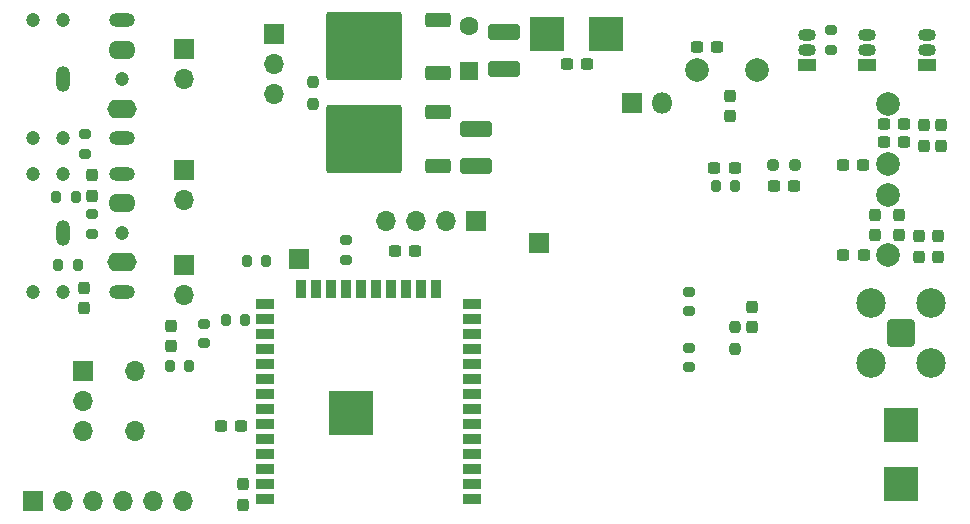
<source format=gbr>
%TF.GenerationSoftware,KiCad,Pcbnew,8.0.2*%
%TF.CreationDate,2025-04-20T12:58:55+12:00*%
%TF.ProjectId,summit_scourer,73756d6d-6974-45f7-9363-6f757265722e,rev?*%
%TF.SameCoordinates,Original*%
%TF.FileFunction,Soldermask,Bot*%
%TF.FilePolarity,Negative*%
%FSLAX46Y46*%
G04 Gerber Fmt 4.6, Leading zero omitted, Abs format (unit mm)*
G04 Created by KiCad (PCBNEW 8.0.2) date 2025-04-20 12:58:55*
%MOMM*%
%LPD*%
G01*
G04 APERTURE LIST*
G04 Aperture macros list*
%AMRoundRect*
0 Rectangle with rounded corners*
0 $1 Rounding radius*
0 $2 $3 $4 $5 $6 $7 $8 $9 X,Y pos of 4 corners*
0 Add a 4 corners polygon primitive as box body*
4,1,4,$2,$3,$4,$5,$6,$7,$8,$9,$2,$3,0*
0 Add four circle primitives for the rounded corners*
1,1,$1+$1,$2,$3*
1,1,$1+$1,$4,$5*
1,1,$1+$1,$6,$7*
1,1,$1+$1,$8,$9*
0 Add four rect primitives between the rounded corners*
20,1,$1+$1,$2,$3,$4,$5,0*
20,1,$1+$1,$4,$5,$6,$7,0*
20,1,$1+$1,$6,$7,$8,$9,0*
20,1,$1+$1,$8,$9,$2,$3,0*%
G04 Aperture macros list end*
%ADD10R,1.700000X1.700000*%
%ADD11O,1.700000X1.700000*%
%ADD12R,3.000000X3.000000*%
%ADD13C,2.000000*%
%ADD14R,1.500000X1.050000*%
%ADD15O,1.500000X1.050000*%
%ADD16RoundRect,0.200100X-0.949900X0.949900X-0.949900X-0.949900X0.949900X-0.949900X0.949900X0.949900X0*%
%ADD17C,2.500000*%
%ADD18C,1.200000*%
%ADD19O,2.200000X1.200000*%
%ADD20O,2.300000X1.600000*%
%ADD21O,1.200000X2.200000*%
%ADD22O,2.500000X1.600000*%
%ADD23R,1.800000X1.800000*%
%ADD24O,1.800000X1.800000*%
%ADD25R,1.600000X1.600000*%
%ADD26C,1.600000*%
%ADD27RoundRect,0.200000X-0.200000X-0.275000X0.200000X-0.275000X0.200000X0.275000X-0.200000X0.275000X0*%
%ADD28RoundRect,0.237500X0.300000X0.237500X-0.300000X0.237500X-0.300000X-0.237500X0.300000X-0.237500X0*%
%ADD29RoundRect,0.237500X-0.237500X0.300000X-0.237500X-0.300000X0.237500X-0.300000X0.237500X0.300000X0*%
%ADD30RoundRect,0.200000X0.200000X0.275000X-0.200000X0.275000X-0.200000X-0.275000X0.200000X-0.275000X0*%
%ADD31RoundRect,0.250000X0.850000X0.350000X-0.850000X0.350000X-0.850000X-0.350000X0.850000X-0.350000X0*%
%ADD32RoundRect,0.249997X2.950003X2.650003X-2.950003X2.650003X-2.950003X-2.650003X2.950003X-2.650003X0*%
%ADD33RoundRect,0.237500X0.237500X-0.300000X0.237500X0.300000X-0.237500X0.300000X-0.237500X-0.300000X0*%
%ADD34RoundRect,0.237500X-0.300000X-0.237500X0.300000X-0.237500X0.300000X0.237500X-0.300000X0.237500X0*%
%ADD35RoundRect,0.237500X-0.250000X-0.237500X0.250000X-0.237500X0.250000X0.237500X-0.250000X0.237500X0*%
%ADD36RoundRect,0.200000X0.275000X-0.200000X0.275000X0.200000X-0.275000X0.200000X-0.275000X-0.200000X0*%
%ADD37RoundRect,0.200000X-0.275000X0.200000X-0.275000X-0.200000X0.275000X-0.200000X0.275000X0.200000X0*%
%ADD38R,1.500000X0.900000*%
%ADD39R,0.900000X1.500000*%
%ADD40R,3.800000X3.800000*%
%ADD41RoundRect,0.237500X-0.237500X0.250000X-0.237500X-0.250000X0.237500X-0.250000X0.237500X0.250000X0*%
%ADD42RoundRect,0.250000X1.100000X-0.412500X1.100000X0.412500X-1.100000X0.412500X-1.100000X-0.412500X0*%
G04 APERTURE END LIST*
D10*
%TO.C,MK1*%
X121100000Y-89975000D03*
D11*
X121100000Y-92515000D03*
%TD*%
D10*
%TO.C,J8*%
X145820000Y-94250000D03*
D11*
X143280000Y-94250000D03*
X140740001Y-94250000D03*
X138200000Y-94250000D03*
%TD*%
D12*
%TO.C,H2*%
X151825000Y-78400000D03*
%TD*%
D13*
%TO.C,L6*%
X180675000Y-92025000D03*
X180675000Y-97105000D03*
%TD*%
D10*
%TO.C,RV1*%
X128700000Y-78450000D03*
D11*
X128700000Y-80990000D03*
X128700000Y-83529999D03*
%TD*%
D13*
%TO.C,L1*%
X164495001Y-81500000D03*
X169575000Y-81500000D03*
%TD*%
D14*
%TO.C,Q1*%
X173825000Y-81020001D03*
D15*
X173825000Y-79750000D03*
X173825000Y-78480001D03*
%TD*%
D12*
%TO.C,H4*%
X181800000Y-116550000D03*
%TD*%
D10*
%TO.C,J7*%
X108300000Y-118000000D03*
D11*
X110840000Y-118000000D03*
X113379999Y-118000000D03*
X115920000Y-118000000D03*
X118460000Y-118000000D03*
X121000000Y-118000000D03*
%TD*%
D13*
%TO.C,L3*%
X180700000Y-84360000D03*
X180700000Y-89440000D03*
%TD*%
D10*
%TO.C,TP2*%
X151100000Y-96100000D03*
%TD*%
D16*
%TO.C,J2*%
X181800000Y-103750000D03*
D17*
X184340000Y-101210000D03*
X179260000Y-101210000D03*
X184340000Y-106290000D03*
X179260000Y-106290000D03*
%TD*%
D12*
%TO.C,H1*%
X156825000Y-78400000D03*
%TD*%
D10*
%TO.C,SW7*%
X121100000Y-98000000D03*
D11*
X121100000Y-100540000D03*
%TD*%
D18*
%TO.C,J4*%
X110800000Y-77250000D03*
X108300000Y-77250000D03*
X115800000Y-82250000D03*
X110800000Y-87250000D03*
X108300000Y-87250000D03*
D19*
X115800000Y-77250000D03*
D20*
X115800000Y-79750000D03*
D21*
X110800000Y-82250000D03*
D19*
X115800000Y-87250000D03*
D22*
X115800000Y-84750000D03*
%TD*%
D14*
%TO.C,Q4*%
X183974999Y-81020001D03*
D15*
X183974999Y-79750000D03*
X183974999Y-78480001D03*
%TD*%
D23*
%TO.C,D5*%
X159030000Y-84250000D03*
D24*
X161570000Y-84250000D03*
%TD*%
D10*
%TO.C,TP1*%
X130825000Y-97500000D03*
%TD*%
D25*
%TO.C,C54*%
X145200000Y-81552651D03*
D26*
X145200000Y-77752651D03*
%TD*%
D10*
%TO.C,SW8*%
X112500000Y-106975000D03*
D11*
X112500000Y-112055000D03*
X112500000Y-109515000D03*
X116900000Y-106975000D03*
X116900000Y-112075000D03*
%TD*%
D18*
%TO.C,J3*%
X110800000Y-90250000D03*
X108300000Y-90250000D03*
X115800000Y-95250000D03*
X110800000Y-100250000D03*
X108300000Y-100250000D03*
D19*
X115800000Y-90250000D03*
D20*
X115800000Y-92750000D03*
D21*
X110800000Y-95250000D03*
D19*
X115800000Y-100250000D03*
D22*
X115800000Y-97750000D03*
%TD*%
D10*
%TO.C,J5*%
X121100000Y-79700000D03*
D11*
X121100000Y-82240000D03*
%TD*%
D14*
%TO.C,Q3*%
X178935000Y-81020001D03*
D15*
X178935000Y-79750000D03*
X178935000Y-78480001D03*
%TD*%
D12*
%TO.C,H3*%
X181800000Y-111550000D03*
%TD*%
D27*
%TO.C,R42*%
X110425000Y-98000000D03*
X112075000Y-98000000D03*
%TD*%
D28*
%TO.C,C9*%
X167687500Y-89750000D03*
X165962500Y-89750000D03*
%TD*%
D29*
%TO.C,C34*%
X112575000Y-99887499D03*
X112575000Y-101612501D03*
%TD*%
D30*
%TO.C,R45*%
X111900000Y-92250000D03*
X110250000Y-92250000D03*
%TD*%
%TO.C,R44*%
X128025000Y-97600000D03*
X126375000Y-97600000D03*
%TD*%
%TO.C,R6*%
X121525000Y-106500000D03*
X119875000Y-106500000D03*
%TD*%
D31*
%TO.C,U5*%
X142575000Y-77195000D03*
D32*
X136274999Y-79475000D03*
D31*
X142575000Y-81755000D03*
%TD*%
D29*
%TO.C,C33*%
X126075000Y-116537499D03*
X126075000Y-118262501D03*
%TD*%
D28*
%TO.C,C52*%
X155187501Y-81000000D03*
X153462499Y-81000000D03*
%TD*%
D30*
%TO.C,R52*%
X126250000Y-102600000D03*
X124600000Y-102600000D03*
%TD*%
D33*
%TO.C,C42*%
X113325000Y-92112501D03*
X113325000Y-90387499D03*
%TD*%
D28*
%TO.C,C14*%
X172747500Y-91250000D03*
X171022500Y-91250000D03*
%TD*%
D34*
%TO.C,C24*%
X164487499Y-79500000D03*
X166212501Y-79500000D03*
%TD*%
D29*
%TO.C,C11*%
X184875000Y-95537499D03*
X184875000Y-97262501D03*
%TD*%
D35*
%TO.C,R34*%
X170972500Y-89500000D03*
X172797500Y-89500000D03*
%TD*%
D29*
%TO.C,C53*%
X181600000Y-93742499D03*
X181600000Y-95467501D03*
%TD*%
D33*
%TO.C,C6*%
X169200000Y-103262501D03*
X169200000Y-101537499D03*
%TD*%
%TO.C,C22*%
X167300000Y-85362501D03*
X167300000Y-83637499D03*
%TD*%
D36*
%TO.C,R49*%
X122800000Y-104625000D03*
X122800000Y-102975000D03*
%TD*%
D37*
%TO.C,R8*%
X113325000Y-93675000D03*
X113325000Y-95325000D03*
%TD*%
D33*
%TO.C,C25*%
X119950000Y-104862501D03*
X119950000Y-103137499D03*
%TD*%
D34*
%TO.C,C49*%
X176837499Y-89500000D03*
X178562501Y-89500000D03*
%TD*%
D28*
%TO.C,C46*%
X182062501Y-87562497D03*
X180337499Y-87562497D03*
%TD*%
D36*
%TO.C,R54*%
X175825001Y-79750000D03*
X175825001Y-78100000D03*
%TD*%
D28*
%TO.C,C41*%
X182062501Y-86000000D03*
X180337499Y-86000000D03*
%TD*%
D29*
%TO.C,C37*%
X183700000Y-86137499D03*
X183700000Y-87862501D03*
%TD*%
%TO.C,C12*%
X183300000Y-95537499D03*
X183300000Y-97262501D03*
%TD*%
D38*
%TO.C,U4*%
X127920000Y-117810000D03*
X127920000Y-116540000D03*
X127920000Y-115270000D03*
X127920000Y-114000000D03*
X127920000Y-112730000D03*
X127920000Y-111460000D03*
X127920000Y-110190000D03*
X127920000Y-108920000D03*
X127920000Y-107650000D03*
X127920000Y-106380000D03*
X127920000Y-105110000D03*
X127920000Y-103840000D03*
X127920000Y-102570000D03*
X127920000Y-101300000D03*
D39*
X130955000Y-100050000D03*
X132225000Y-100050000D03*
X133495000Y-100050001D03*
X134765000Y-100050000D03*
X136035000Y-100050000D03*
X137305000Y-100050000D03*
X138575000Y-100050000D03*
X139845000Y-100050001D03*
X141115000Y-100050000D03*
X142385000Y-100050000D03*
D38*
X145420000Y-101300000D03*
X145420000Y-102570000D03*
X145420000Y-103840000D03*
X145420000Y-105110000D03*
X145420000Y-106380000D03*
X145420000Y-107650000D03*
X145420000Y-108920000D03*
X145420000Y-110190000D03*
X145420000Y-111460000D03*
X145420000Y-112730000D03*
X145420000Y-114000000D03*
X145420000Y-115270000D03*
X145420000Y-116540000D03*
X145420000Y-117810000D03*
D40*
X135170000Y-110470000D03*
%TD*%
D41*
%TO.C,R9*%
X167700000Y-103237500D03*
X167700000Y-105062500D03*
%TD*%
D28*
%TO.C,C63*%
X140662501Y-96800000D03*
X138937499Y-96800000D03*
%TD*%
D29*
%TO.C,C55*%
X179600000Y-93742499D03*
X179600000Y-95467501D03*
%TD*%
D42*
%TO.C,C57*%
X145800000Y-89562500D03*
X145800000Y-86437500D03*
%TD*%
D29*
%TO.C,C39*%
X185200000Y-86137499D03*
X185200000Y-87862501D03*
%TD*%
D37*
%TO.C,R47*%
X163800000Y-100250000D03*
X163800000Y-101900000D03*
%TD*%
D42*
%TO.C,C56*%
X148200000Y-81362500D03*
X148200000Y-78237500D03*
%TD*%
D28*
%TO.C,C61*%
X178612501Y-97155000D03*
X176887499Y-97155000D03*
%TD*%
D37*
%TO.C,R51*%
X134800000Y-95875000D03*
X134800000Y-97525000D03*
%TD*%
D31*
%TO.C,U7*%
X142575000Y-85000000D03*
D32*
X136274999Y-87280000D03*
D31*
X142575000Y-89560000D03*
%TD*%
D36*
%TO.C,R46*%
X163800000Y-106625000D03*
X163800000Y-104975000D03*
%TD*%
D30*
%TO.C,R33*%
X167725000Y-91250000D03*
X166075000Y-91250000D03*
%TD*%
D37*
%TO.C,R41*%
X112675000Y-86925000D03*
X112675000Y-88575000D03*
%TD*%
D41*
%TO.C,R50*%
X132000000Y-82500000D03*
X132000000Y-84325000D03*
%TD*%
D28*
%TO.C,C36*%
X125937501Y-111600000D03*
X124212499Y-111600000D03*
%TD*%
M02*

</source>
